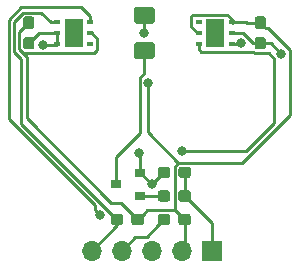
<source format=gbr>
G04 #@! TF.GenerationSoftware,KiCad,Pcbnew,(5.1.0-0)*
G04 #@! TF.CreationDate,2020-01-05T16:35:46-08:00*
G04 #@! TF.ProjectId,sapflow_gauge,73617066-6c6f-4775-9f67-617567652e6b,rev?*
G04 #@! TF.SameCoordinates,Original*
G04 #@! TF.FileFunction,Copper,L1,Top*
G04 #@! TF.FilePolarity,Positive*
%FSLAX46Y46*%
G04 Gerber Fmt 4.6, Leading zero omitted, Abs format (unit mm)*
G04 Created by KiCad (PCBNEW (5.1.0-0)) date 2020-01-05 16:35:46*
%MOMM*%
%LPD*%
G04 APERTURE LIST*
%ADD10C,0.100000*%
%ADD11C,0.950000*%
%ADD12R,1.700000X1.700000*%
%ADD13O,1.700000X1.700000*%
%ADD14R,0.900000X0.800000*%
%ADD15R,1.500000X2.400000*%
%ADD16R,0.600000X0.400000*%
%ADD17C,1.425000*%
%ADD18C,0.800000*%
%ADD19C,0.250000*%
G04 APERTURE END LIST*
D10*
G36*
X110460779Y-106596144D02*
G01*
X110483834Y-106599563D01*
X110506443Y-106605227D01*
X110528387Y-106613079D01*
X110549457Y-106623044D01*
X110569448Y-106635026D01*
X110588168Y-106648910D01*
X110605438Y-106664562D01*
X110621090Y-106681832D01*
X110634974Y-106700552D01*
X110646956Y-106720543D01*
X110656921Y-106741613D01*
X110664773Y-106763557D01*
X110670437Y-106786166D01*
X110673856Y-106809221D01*
X110675000Y-106832500D01*
X110675000Y-107407500D01*
X110673856Y-107430779D01*
X110670437Y-107453834D01*
X110664773Y-107476443D01*
X110656921Y-107498387D01*
X110646956Y-107519457D01*
X110634974Y-107539448D01*
X110621090Y-107558168D01*
X110605438Y-107575438D01*
X110588168Y-107591090D01*
X110569448Y-107604974D01*
X110549457Y-107616956D01*
X110528387Y-107626921D01*
X110506443Y-107634773D01*
X110483834Y-107640437D01*
X110460779Y-107643856D01*
X110437500Y-107645000D01*
X109962500Y-107645000D01*
X109939221Y-107643856D01*
X109916166Y-107640437D01*
X109893557Y-107634773D01*
X109871613Y-107626921D01*
X109850543Y-107616956D01*
X109830552Y-107604974D01*
X109811832Y-107591090D01*
X109794562Y-107575438D01*
X109778910Y-107558168D01*
X109765026Y-107539448D01*
X109753044Y-107519457D01*
X109743079Y-107498387D01*
X109735227Y-107476443D01*
X109729563Y-107453834D01*
X109726144Y-107430779D01*
X109725000Y-107407500D01*
X109725000Y-106832500D01*
X109726144Y-106809221D01*
X109729563Y-106786166D01*
X109735227Y-106763557D01*
X109743079Y-106741613D01*
X109753044Y-106720543D01*
X109765026Y-106700552D01*
X109778910Y-106681832D01*
X109794562Y-106664562D01*
X109811832Y-106648910D01*
X109830552Y-106635026D01*
X109850543Y-106623044D01*
X109871613Y-106613079D01*
X109893557Y-106605227D01*
X109916166Y-106599563D01*
X109939221Y-106596144D01*
X109962500Y-106595000D01*
X110437500Y-106595000D01*
X110460779Y-106596144D01*
X110460779Y-106596144D01*
G37*
D11*
X110200000Y-107120000D03*
D10*
G36*
X110460779Y-108346144D02*
G01*
X110483834Y-108349563D01*
X110506443Y-108355227D01*
X110528387Y-108363079D01*
X110549457Y-108373044D01*
X110569448Y-108385026D01*
X110588168Y-108398910D01*
X110605438Y-108414562D01*
X110621090Y-108431832D01*
X110634974Y-108450552D01*
X110646956Y-108470543D01*
X110656921Y-108491613D01*
X110664773Y-108513557D01*
X110670437Y-108536166D01*
X110673856Y-108559221D01*
X110675000Y-108582500D01*
X110675000Y-109157500D01*
X110673856Y-109180779D01*
X110670437Y-109203834D01*
X110664773Y-109226443D01*
X110656921Y-109248387D01*
X110646956Y-109269457D01*
X110634974Y-109289448D01*
X110621090Y-109308168D01*
X110605438Y-109325438D01*
X110588168Y-109341090D01*
X110569448Y-109354974D01*
X110549457Y-109366956D01*
X110528387Y-109376921D01*
X110506443Y-109384773D01*
X110483834Y-109390437D01*
X110460779Y-109393856D01*
X110437500Y-109395000D01*
X109962500Y-109395000D01*
X109939221Y-109393856D01*
X109916166Y-109390437D01*
X109893557Y-109384773D01*
X109871613Y-109376921D01*
X109850543Y-109366956D01*
X109830552Y-109354974D01*
X109811832Y-109341090D01*
X109794562Y-109325438D01*
X109778910Y-109308168D01*
X109765026Y-109289448D01*
X109753044Y-109269457D01*
X109743079Y-109248387D01*
X109735227Y-109226443D01*
X109729563Y-109203834D01*
X109726144Y-109180779D01*
X109725000Y-109157500D01*
X109725000Y-108582500D01*
X109726144Y-108559221D01*
X109729563Y-108536166D01*
X109735227Y-108513557D01*
X109743079Y-108491613D01*
X109753044Y-108470543D01*
X109765026Y-108450552D01*
X109778910Y-108431832D01*
X109794562Y-108414562D01*
X109811832Y-108398910D01*
X109830552Y-108385026D01*
X109850543Y-108373044D01*
X109871613Y-108363079D01*
X109893557Y-108355227D01*
X109916166Y-108349563D01*
X109939221Y-108346144D01*
X109962500Y-108345000D01*
X110437500Y-108345000D01*
X110460779Y-108346144D01*
X110460779Y-108346144D01*
G37*
D11*
X110200000Y-108870000D03*
D10*
G36*
X130060779Y-108346144D02*
G01*
X130083834Y-108349563D01*
X130106443Y-108355227D01*
X130128387Y-108363079D01*
X130149457Y-108373044D01*
X130169448Y-108385026D01*
X130188168Y-108398910D01*
X130205438Y-108414562D01*
X130221090Y-108431832D01*
X130234974Y-108450552D01*
X130246956Y-108470543D01*
X130256921Y-108491613D01*
X130264773Y-108513557D01*
X130270437Y-108536166D01*
X130273856Y-108559221D01*
X130275000Y-108582500D01*
X130275000Y-109157500D01*
X130273856Y-109180779D01*
X130270437Y-109203834D01*
X130264773Y-109226443D01*
X130256921Y-109248387D01*
X130246956Y-109269457D01*
X130234974Y-109289448D01*
X130221090Y-109308168D01*
X130205438Y-109325438D01*
X130188168Y-109341090D01*
X130169448Y-109354974D01*
X130149457Y-109366956D01*
X130128387Y-109376921D01*
X130106443Y-109384773D01*
X130083834Y-109390437D01*
X130060779Y-109393856D01*
X130037500Y-109395000D01*
X129562500Y-109395000D01*
X129539221Y-109393856D01*
X129516166Y-109390437D01*
X129493557Y-109384773D01*
X129471613Y-109376921D01*
X129450543Y-109366956D01*
X129430552Y-109354974D01*
X129411832Y-109341090D01*
X129394562Y-109325438D01*
X129378910Y-109308168D01*
X129365026Y-109289448D01*
X129353044Y-109269457D01*
X129343079Y-109248387D01*
X129335227Y-109226443D01*
X129329563Y-109203834D01*
X129326144Y-109180779D01*
X129325000Y-109157500D01*
X129325000Y-108582500D01*
X129326144Y-108559221D01*
X129329563Y-108536166D01*
X129335227Y-108513557D01*
X129343079Y-108491613D01*
X129353044Y-108470543D01*
X129365026Y-108450552D01*
X129378910Y-108431832D01*
X129394562Y-108414562D01*
X129411832Y-108398910D01*
X129430552Y-108385026D01*
X129450543Y-108373044D01*
X129471613Y-108363079D01*
X129493557Y-108355227D01*
X129516166Y-108349563D01*
X129539221Y-108346144D01*
X129562500Y-108345000D01*
X130037500Y-108345000D01*
X130060779Y-108346144D01*
X130060779Y-108346144D01*
G37*
D11*
X129800000Y-108870000D03*
D10*
G36*
X130060779Y-106596144D02*
G01*
X130083834Y-106599563D01*
X130106443Y-106605227D01*
X130128387Y-106613079D01*
X130149457Y-106623044D01*
X130169448Y-106635026D01*
X130188168Y-106648910D01*
X130205438Y-106664562D01*
X130221090Y-106681832D01*
X130234974Y-106700552D01*
X130246956Y-106720543D01*
X130256921Y-106741613D01*
X130264773Y-106763557D01*
X130270437Y-106786166D01*
X130273856Y-106809221D01*
X130275000Y-106832500D01*
X130275000Y-107407500D01*
X130273856Y-107430779D01*
X130270437Y-107453834D01*
X130264773Y-107476443D01*
X130256921Y-107498387D01*
X130246956Y-107519457D01*
X130234974Y-107539448D01*
X130221090Y-107558168D01*
X130205438Y-107575438D01*
X130188168Y-107591090D01*
X130169448Y-107604974D01*
X130149457Y-107616956D01*
X130128387Y-107626921D01*
X130106443Y-107634773D01*
X130083834Y-107640437D01*
X130060779Y-107643856D01*
X130037500Y-107645000D01*
X129562500Y-107645000D01*
X129539221Y-107643856D01*
X129516166Y-107640437D01*
X129493557Y-107634773D01*
X129471613Y-107626921D01*
X129450543Y-107616956D01*
X129430552Y-107604974D01*
X129411832Y-107591090D01*
X129394562Y-107575438D01*
X129378910Y-107558168D01*
X129365026Y-107539448D01*
X129353044Y-107519457D01*
X129343079Y-107498387D01*
X129335227Y-107476443D01*
X129329563Y-107453834D01*
X129326144Y-107430779D01*
X129325000Y-107407500D01*
X129325000Y-106832500D01*
X129326144Y-106809221D01*
X129329563Y-106786166D01*
X129335227Y-106763557D01*
X129343079Y-106741613D01*
X129353044Y-106720543D01*
X129365026Y-106700552D01*
X129378910Y-106681832D01*
X129394562Y-106664562D01*
X129411832Y-106648910D01*
X129430552Y-106635026D01*
X129450543Y-106623044D01*
X129471613Y-106613079D01*
X129493557Y-106605227D01*
X129516166Y-106599563D01*
X129539221Y-106596144D01*
X129562500Y-106595000D01*
X130037500Y-106595000D01*
X130060779Y-106596144D01*
X130060779Y-106596144D01*
G37*
D11*
X129800000Y-107120000D03*
D12*
X125680000Y-126425001D03*
D13*
X123140000Y-126425001D03*
X120600000Y-126425001D03*
X118060000Y-126425001D03*
X115520000Y-126425001D03*
D14*
X119600000Y-121770000D03*
X119600000Y-119870000D03*
X117600000Y-120820000D03*
D10*
G36*
X123710779Y-123326144D02*
G01*
X123733834Y-123329563D01*
X123756443Y-123335227D01*
X123778387Y-123343079D01*
X123799457Y-123353044D01*
X123819448Y-123365026D01*
X123838168Y-123378910D01*
X123855438Y-123394562D01*
X123871090Y-123411832D01*
X123884974Y-123430552D01*
X123896956Y-123450543D01*
X123906921Y-123471613D01*
X123914773Y-123493557D01*
X123920437Y-123516166D01*
X123923856Y-123539221D01*
X123925000Y-123562500D01*
X123925000Y-124037500D01*
X123923856Y-124060779D01*
X123920437Y-124083834D01*
X123914773Y-124106443D01*
X123906921Y-124128387D01*
X123896956Y-124149457D01*
X123884974Y-124169448D01*
X123871090Y-124188168D01*
X123855438Y-124205438D01*
X123838168Y-124221090D01*
X123819448Y-124234974D01*
X123799457Y-124246956D01*
X123778387Y-124256921D01*
X123756443Y-124264773D01*
X123733834Y-124270437D01*
X123710779Y-124273856D01*
X123687500Y-124275000D01*
X123112500Y-124275000D01*
X123089221Y-124273856D01*
X123066166Y-124270437D01*
X123043557Y-124264773D01*
X123021613Y-124256921D01*
X123000543Y-124246956D01*
X122980552Y-124234974D01*
X122961832Y-124221090D01*
X122944562Y-124205438D01*
X122928910Y-124188168D01*
X122915026Y-124169448D01*
X122903044Y-124149457D01*
X122893079Y-124128387D01*
X122885227Y-124106443D01*
X122879563Y-124083834D01*
X122876144Y-124060779D01*
X122875000Y-124037500D01*
X122875000Y-123562500D01*
X122876144Y-123539221D01*
X122879563Y-123516166D01*
X122885227Y-123493557D01*
X122893079Y-123471613D01*
X122903044Y-123450543D01*
X122915026Y-123430552D01*
X122928910Y-123411832D01*
X122944562Y-123394562D01*
X122961832Y-123378910D01*
X122980552Y-123365026D01*
X123000543Y-123353044D01*
X123021613Y-123343079D01*
X123043557Y-123335227D01*
X123066166Y-123329563D01*
X123089221Y-123326144D01*
X123112500Y-123325000D01*
X123687500Y-123325000D01*
X123710779Y-123326144D01*
X123710779Y-123326144D01*
G37*
D11*
X123400000Y-123800000D03*
D10*
G36*
X121960779Y-123326144D02*
G01*
X121983834Y-123329563D01*
X122006443Y-123335227D01*
X122028387Y-123343079D01*
X122049457Y-123353044D01*
X122069448Y-123365026D01*
X122088168Y-123378910D01*
X122105438Y-123394562D01*
X122121090Y-123411832D01*
X122134974Y-123430552D01*
X122146956Y-123450543D01*
X122156921Y-123471613D01*
X122164773Y-123493557D01*
X122170437Y-123516166D01*
X122173856Y-123539221D01*
X122175000Y-123562500D01*
X122175000Y-124037500D01*
X122173856Y-124060779D01*
X122170437Y-124083834D01*
X122164773Y-124106443D01*
X122156921Y-124128387D01*
X122146956Y-124149457D01*
X122134974Y-124169448D01*
X122121090Y-124188168D01*
X122105438Y-124205438D01*
X122088168Y-124221090D01*
X122069448Y-124234974D01*
X122049457Y-124246956D01*
X122028387Y-124256921D01*
X122006443Y-124264773D01*
X121983834Y-124270437D01*
X121960779Y-124273856D01*
X121937500Y-124275000D01*
X121362500Y-124275000D01*
X121339221Y-124273856D01*
X121316166Y-124270437D01*
X121293557Y-124264773D01*
X121271613Y-124256921D01*
X121250543Y-124246956D01*
X121230552Y-124234974D01*
X121211832Y-124221090D01*
X121194562Y-124205438D01*
X121178910Y-124188168D01*
X121165026Y-124169448D01*
X121153044Y-124149457D01*
X121143079Y-124128387D01*
X121135227Y-124106443D01*
X121129563Y-124083834D01*
X121126144Y-124060779D01*
X121125000Y-124037500D01*
X121125000Y-123562500D01*
X121126144Y-123539221D01*
X121129563Y-123516166D01*
X121135227Y-123493557D01*
X121143079Y-123471613D01*
X121153044Y-123450543D01*
X121165026Y-123430552D01*
X121178910Y-123411832D01*
X121194562Y-123394562D01*
X121211832Y-123378910D01*
X121230552Y-123365026D01*
X121250543Y-123353044D01*
X121271613Y-123343079D01*
X121293557Y-123335227D01*
X121316166Y-123329563D01*
X121339221Y-123326144D01*
X121362500Y-123325000D01*
X121937500Y-123325000D01*
X121960779Y-123326144D01*
X121960779Y-123326144D01*
G37*
D11*
X121650000Y-123800000D03*
D10*
G36*
X117985779Y-123326144D02*
G01*
X118008834Y-123329563D01*
X118031443Y-123335227D01*
X118053387Y-123343079D01*
X118074457Y-123353044D01*
X118094448Y-123365026D01*
X118113168Y-123378910D01*
X118130438Y-123394562D01*
X118146090Y-123411832D01*
X118159974Y-123430552D01*
X118171956Y-123450543D01*
X118181921Y-123471613D01*
X118189773Y-123493557D01*
X118195437Y-123516166D01*
X118198856Y-123539221D01*
X118200000Y-123562500D01*
X118200000Y-124037500D01*
X118198856Y-124060779D01*
X118195437Y-124083834D01*
X118189773Y-124106443D01*
X118181921Y-124128387D01*
X118171956Y-124149457D01*
X118159974Y-124169448D01*
X118146090Y-124188168D01*
X118130438Y-124205438D01*
X118113168Y-124221090D01*
X118094448Y-124234974D01*
X118074457Y-124246956D01*
X118053387Y-124256921D01*
X118031443Y-124264773D01*
X118008834Y-124270437D01*
X117985779Y-124273856D01*
X117962500Y-124275000D01*
X117387500Y-124275000D01*
X117364221Y-124273856D01*
X117341166Y-124270437D01*
X117318557Y-124264773D01*
X117296613Y-124256921D01*
X117275543Y-124246956D01*
X117255552Y-124234974D01*
X117236832Y-124221090D01*
X117219562Y-124205438D01*
X117203910Y-124188168D01*
X117190026Y-124169448D01*
X117178044Y-124149457D01*
X117168079Y-124128387D01*
X117160227Y-124106443D01*
X117154563Y-124083834D01*
X117151144Y-124060779D01*
X117150000Y-124037500D01*
X117150000Y-123562500D01*
X117151144Y-123539221D01*
X117154563Y-123516166D01*
X117160227Y-123493557D01*
X117168079Y-123471613D01*
X117178044Y-123450543D01*
X117190026Y-123430552D01*
X117203910Y-123411832D01*
X117219562Y-123394562D01*
X117236832Y-123378910D01*
X117255552Y-123365026D01*
X117275543Y-123353044D01*
X117296613Y-123343079D01*
X117318557Y-123335227D01*
X117341166Y-123329563D01*
X117364221Y-123326144D01*
X117387500Y-123325000D01*
X117962500Y-123325000D01*
X117985779Y-123326144D01*
X117985779Y-123326144D01*
G37*
D11*
X117675000Y-123800000D03*
D10*
G36*
X119735779Y-123326144D02*
G01*
X119758834Y-123329563D01*
X119781443Y-123335227D01*
X119803387Y-123343079D01*
X119824457Y-123353044D01*
X119844448Y-123365026D01*
X119863168Y-123378910D01*
X119880438Y-123394562D01*
X119896090Y-123411832D01*
X119909974Y-123430552D01*
X119921956Y-123450543D01*
X119931921Y-123471613D01*
X119939773Y-123493557D01*
X119945437Y-123516166D01*
X119948856Y-123539221D01*
X119950000Y-123562500D01*
X119950000Y-124037500D01*
X119948856Y-124060779D01*
X119945437Y-124083834D01*
X119939773Y-124106443D01*
X119931921Y-124128387D01*
X119921956Y-124149457D01*
X119909974Y-124169448D01*
X119896090Y-124188168D01*
X119880438Y-124205438D01*
X119863168Y-124221090D01*
X119844448Y-124234974D01*
X119824457Y-124246956D01*
X119803387Y-124256921D01*
X119781443Y-124264773D01*
X119758834Y-124270437D01*
X119735779Y-124273856D01*
X119712500Y-124275000D01*
X119137500Y-124275000D01*
X119114221Y-124273856D01*
X119091166Y-124270437D01*
X119068557Y-124264773D01*
X119046613Y-124256921D01*
X119025543Y-124246956D01*
X119005552Y-124234974D01*
X118986832Y-124221090D01*
X118969562Y-124205438D01*
X118953910Y-124188168D01*
X118940026Y-124169448D01*
X118928044Y-124149457D01*
X118918079Y-124128387D01*
X118910227Y-124106443D01*
X118904563Y-124083834D01*
X118901144Y-124060779D01*
X118900000Y-124037500D01*
X118900000Y-123562500D01*
X118901144Y-123539221D01*
X118904563Y-123516166D01*
X118910227Y-123493557D01*
X118918079Y-123471613D01*
X118928044Y-123450543D01*
X118940026Y-123430552D01*
X118953910Y-123411832D01*
X118969562Y-123394562D01*
X118986832Y-123378910D01*
X119005552Y-123365026D01*
X119025543Y-123353044D01*
X119046613Y-123343079D01*
X119068557Y-123335227D01*
X119091166Y-123329563D01*
X119114221Y-123326144D01*
X119137500Y-123325000D01*
X119712500Y-123325000D01*
X119735779Y-123326144D01*
X119735779Y-123326144D01*
G37*
D11*
X119425000Y-123800000D03*
D10*
G36*
X123710779Y-121326144D02*
G01*
X123733834Y-121329563D01*
X123756443Y-121335227D01*
X123778387Y-121343079D01*
X123799457Y-121353044D01*
X123819448Y-121365026D01*
X123838168Y-121378910D01*
X123855438Y-121394562D01*
X123871090Y-121411832D01*
X123884974Y-121430552D01*
X123896956Y-121450543D01*
X123906921Y-121471613D01*
X123914773Y-121493557D01*
X123920437Y-121516166D01*
X123923856Y-121539221D01*
X123925000Y-121562500D01*
X123925000Y-122037500D01*
X123923856Y-122060779D01*
X123920437Y-122083834D01*
X123914773Y-122106443D01*
X123906921Y-122128387D01*
X123896956Y-122149457D01*
X123884974Y-122169448D01*
X123871090Y-122188168D01*
X123855438Y-122205438D01*
X123838168Y-122221090D01*
X123819448Y-122234974D01*
X123799457Y-122246956D01*
X123778387Y-122256921D01*
X123756443Y-122264773D01*
X123733834Y-122270437D01*
X123710779Y-122273856D01*
X123687500Y-122275000D01*
X123112500Y-122275000D01*
X123089221Y-122273856D01*
X123066166Y-122270437D01*
X123043557Y-122264773D01*
X123021613Y-122256921D01*
X123000543Y-122246956D01*
X122980552Y-122234974D01*
X122961832Y-122221090D01*
X122944562Y-122205438D01*
X122928910Y-122188168D01*
X122915026Y-122169448D01*
X122903044Y-122149457D01*
X122893079Y-122128387D01*
X122885227Y-122106443D01*
X122879563Y-122083834D01*
X122876144Y-122060779D01*
X122875000Y-122037500D01*
X122875000Y-121562500D01*
X122876144Y-121539221D01*
X122879563Y-121516166D01*
X122885227Y-121493557D01*
X122893079Y-121471613D01*
X122903044Y-121450543D01*
X122915026Y-121430552D01*
X122928910Y-121411832D01*
X122944562Y-121394562D01*
X122961832Y-121378910D01*
X122980552Y-121365026D01*
X123000543Y-121353044D01*
X123021613Y-121343079D01*
X123043557Y-121335227D01*
X123066166Y-121329563D01*
X123089221Y-121326144D01*
X123112500Y-121325000D01*
X123687500Y-121325000D01*
X123710779Y-121326144D01*
X123710779Y-121326144D01*
G37*
D11*
X123400000Y-121800000D03*
D10*
G36*
X121960779Y-121326144D02*
G01*
X121983834Y-121329563D01*
X122006443Y-121335227D01*
X122028387Y-121343079D01*
X122049457Y-121353044D01*
X122069448Y-121365026D01*
X122088168Y-121378910D01*
X122105438Y-121394562D01*
X122121090Y-121411832D01*
X122134974Y-121430552D01*
X122146956Y-121450543D01*
X122156921Y-121471613D01*
X122164773Y-121493557D01*
X122170437Y-121516166D01*
X122173856Y-121539221D01*
X122175000Y-121562500D01*
X122175000Y-122037500D01*
X122173856Y-122060779D01*
X122170437Y-122083834D01*
X122164773Y-122106443D01*
X122156921Y-122128387D01*
X122146956Y-122149457D01*
X122134974Y-122169448D01*
X122121090Y-122188168D01*
X122105438Y-122205438D01*
X122088168Y-122221090D01*
X122069448Y-122234974D01*
X122049457Y-122246956D01*
X122028387Y-122256921D01*
X122006443Y-122264773D01*
X121983834Y-122270437D01*
X121960779Y-122273856D01*
X121937500Y-122275000D01*
X121362500Y-122275000D01*
X121339221Y-122273856D01*
X121316166Y-122270437D01*
X121293557Y-122264773D01*
X121271613Y-122256921D01*
X121250543Y-122246956D01*
X121230552Y-122234974D01*
X121211832Y-122221090D01*
X121194562Y-122205438D01*
X121178910Y-122188168D01*
X121165026Y-122169448D01*
X121153044Y-122149457D01*
X121143079Y-122128387D01*
X121135227Y-122106443D01*
X121129563Y-122083834D01*
X121126144Y-122060779D01*
X121125000Y-122037500D01*
X121125000Y-121562500D01*
X121126144Y-121539221D01*
X121129563Y-121516166D01*
X121135227Y-121493557D01*
X121143079Y-121471613D01*
X121153044Y-121450543D01*
X121165026Y-121430552D01*
X121178910Y-121411832D01*
X121194562Y-121394562D01*
X121211832Y-121378910D01*
X121230552Y-121365026D01*
X121250543Y-121353044D01*
X121271613Y-121343079D01*
X121293557Y-121335227D01*
X121316166Y-121329563D01*
X121339221Y-121326144D01*
X121362500Y-121325000D01*
X121937500Y-121325000D01*
X121960779Y-121326144D01*
X121960779Y-121326144D01*
G37*
D11*
X121650000Y-121800000D03*
D10*
G36*
X123710779Y-119326144D02*
G01*
X123733834Y-119329563D01*
X123756443Y-119335227D01*
X123778387Y-119343079D01*
X123799457Y-119353044D01*
X123819448Y-119365026D01*
X123838168Y-119378910D01*
X123855438Y-119394562D01*
X123871090Y-119411832D01*
X123884974Y-119430552D01*
X123896956Y-119450543D01*
X123906921Y-119471613D01*
X123914773Y-119493557D01*
X123920437Y-119516166D01*
X123923856Y-119539221D01*
X123925000Y-119562500D01*
X123925000Y-120037500D01*
X123923856Y-120060779D01*
X123920437Y-120083834D01*
X123914773Y-120106443D01*
X123906921Y-120128387D01*
X123896956Y-120149457D01*
X123884974Y-120169448D01*
X123871090Y-120188168D01*
X123855438Y-120205438D01*
X123838168Y-120221090D01*
X123819448Y-120234974D01*
X123799457Y-120246956D01*
X123778387Y-120256921D01*
X123756443Y-120264773D01*
X123733834Y-120270437D01*
X123710779Y-120273856D01*
X123687500Y-120275000D01*
X123112500Y-120275000D01*
X123089221Y-120273856D01*
X123066166Y-120270437D01*
X123043557Y-120264773D01*
X123021613Y-120256921D01*
X123000543Y-120246956D01*
X122980552Y-120234974D01*
X122961832Y-120221090D01*
X122944562Y-120205438D01*
X122928910Y-120188168D01*
X122915026Y-120169448D01*
X122903044Y-120149457D01*
X122893079Y-120128387D01*
X122885227Y-120106443D01*
X122879563Y-120083834D01*
X122876144Y-120060779D01*
X122875000Y-120037500D01*
X122875000Y-119562500D01*
X122876144Y-119539221D01*
X122879563Y-119516166D01*
X122885227Y-119493557D01*
X122893079Y-119471613D01*
X122903044Y-119450543D01*
X122915026Y-119430552D01*
X122928910Y-119411832D01*
X122944562Y-119394562D01*
X122961832Y-119378910D01*
X122980552Y-119365026D01*
X123000543Y-119353044D01*
X123021613Y-119343079D01*
X123043557Y-119335227D01*
X123066166Y-119329563D01*
X123089221Y-119326144D01*
X123112500Y-119325000D01*
X123687500Y-119325000D01*
X123710779Y-119326144D01*
X123710779Y-119326144D01*
G37*
D11*
X123400000Y-119800000D03*
D10*
G36*
X121960779Y-119326144D02*
G01*
X121983834Y-119329563D01*
X122006443Y-119335227D01*
X122028387Y-119343079D01*
X122049457Y-119353044D01*
X122069448Y-119365026D01*
X122088168Y-119378910D01*
X122105438Y-119394562D01*
X122121090Y-119411832D01*
X122134974Y-119430552D01*
X122146956Y-119450543D01*
X122156921Y-119471613D01*
X122164773Y-119493557D01*
X122170437Y-119516166D01*
X122173856Y-119539221D01*
X122175000Y-119562500D01*
X122175000Y-120037500D01*
X122173856Y-120060779D01*
X122170437Y-120083834D01*
X122164773Y-120106443D01*
X122156921Y-120128387D01*
X122146956Y-120149457D01*
X122134974Y-120169448D01*
X122121090Y-120188168D01*
X122105438Y-120205438D01*
X122088168Y-120221090D01*
X122069448Y-120234974D01*
X122049457Y-120246956D01*
X122028387Y-120256921D01*
X122006443Y-120264773D01*
X121983834Y-120270437D01*
X121960779Y-120273856D01*
X121937500Y-120275000D01*
X121362500Y-120275000D01*
X121339221Y-120273856D01*
X121316166Y-120270437D01*
X121293557Y-120264773D01*
X121271613Y-120256921D01*
X121250543Y-120246956D01*
X121230552Y-120234974D01*
X121211832Y-120221090D01*
X121194562Y-120205438D01*
X121178910Y-120188168D01*
X121165026Y-120169448D01*
X121153044Y-120149457D01*
X121143079Y-120128387D01*
X121135227Y-120106443D01*
X121129563Y-120083834D01*
X121126144Y-120060779D01*
X121125000Y-120037500D01*
X121125000Y-119562500D01*
X121126144Y-119539221D01*
X121129563Y-119516166D01*
X121135227Y-119493557D01*
X121143079Y-119471613D01*
X121153044Y-119450543D01*
X121165026Y-119430552D01*
X121178910Y-119411832D01*
X121194562Y-119394562D01*
X121211832Y-119378910D01*
X121230552Y-119365026D01*
X121250543Y-119353044D01*
X121271613Y-119343079D01*
X121293557Y-119335227D01*
X121316166Y-119329563D01*
X121339221Y-119326144D01*
X121362500Y-119325000D01*
X121937500Y-119325000D01*
X121960779Y-119326144D01*
X121960779Y-119326144D01*
G37*
D11*
X121650000Y-119800000D03*
D15*
X126000000Y-107990000D03*
D16*
X127400000Y-108940000D03*
X127400000Y-107990000D03*
X127400000Y-107040000D03*
X124600000Y-107040000D03*
X124600000Y-107990000D03*
X124600000Y-108940000D03*
X115400000Y-107050000D03*
X115400000Y-108000000D03*
X115400000Y-108950000D03*
X112600000Y-108950000D03*
X112600000Y-108000000D03*
X112600000Y-107050000D03*
D15*
X114000000Y-108000000D03*
D10*
G36*
X120649504Y-108771204D02*
G01*
X120673773Y-108774804D01*
X120697571Y-108780765D01*
X120720671Y-108789030D01*
X120742849Y-108799520D01*
X120763893Y-108812133D01*
X120783598Y-108826747D01*
X120801777Y-108843223D01*
X120818253Y-108861402D01*
X120832867Y-108881107D01*
X120845480Y-108902151D01*
X120855970Y-108924329D01*
X120864235Y-108947429D01*
X120870196Y-108971227D01*
X120873796Y-108995496D01*
X120875000Y-109020000D01*
X120875000Y-109945000D01*
X120873796Y-109969504D01*
X120870196Y-109993773D01*
X120864235Y-110017571D01*
X120855970Y-110040671D01*
X120845480Y-110062849D01*
X120832867Y-110083893D01*
X120818253Y-110103598D01*
X120801777Y-110121777D01*
X120783598Y-110138253D01*
X120763893Y-110152867D01*
X120742849Y-110165480D01*
X120720671Y-110175970D01*
X120697571Y-110184235D01*
X120673773Y-110190196D01*
X120649504Y-110193796D01*
X120625000Y-110195000D01*
X119375000Y-110195000D01*
X119350496Y-110193796D01*
X119326227Y-110190196D01*
X119302429Y-110184235D01*
X119279329Y-110175970D01*
X119257151Y-110165480D01*
X119236107Y-110152867D01*
X119216402Y-110138253D01*
X119198223Y-110121777D01*
X119181747Y-110103598D01*
X119167133Y-110083893D01*
X119154520Y-110062849D01*
X119144030Y-110040671D01*
X119135765Y-110017571D01*
X119129804Y-109993773D01*
X119126204Y-109969504D01*
X119125000Y-109945000D01*
X119125000Y-109020000D01*
X119126204Y-108995496D01*
X119129804Y-108971227D01*
X119135765Y-108947429D01*
X119144030Y-108924329D01*
X119154520Y-108902151D01*
X119167133Y-108881107D01*
X119181747Y-108861402D01*
X119198223Y-108843223D01*
X119216402Y-108826747D01*
X119236107Y-108812133D01*
X119257151Y-108799520D01*
X119279329Y-108789030D01*
X119302429Y-108780765D01*
X119326227Y-108774804D01*
X119350496Y-108771204D01*
X119375000Y-108770000D01*
X120625000Y-108770000D01*
X120649504Y-108771204D01*
X120649504Y-108771204D01*
G37*
D17*
X120000000Y-109482500D03*
D10*
G36*
X120649504Y-105796204D02*
G01*
X120673773Y-105799804D01*
X120697571Y-105805765D01*
X120720671Y-105814030D01*
X120742849Y-105824520D01*
X120763893Y-105837133D01*
X120783598Y-105851747D01*
X120801777Y-105868223D01*
X120818253Y-105886402D01*
X120832867Y-105906107D01*
X120845480Y-105927151D01*
X120855970Y-105949329D01*
X120864235Y-105972429D01*
X120870196Y-105996227D01*
X120873796Y-106020496D01*
X120875000Y-106045000D01*
X120875000Y-106970000D01*
X120873796Y-106994504D01*
X120870196Y-107018773D01*
X120864235Y-107042571D01*
X120855970Y-107065671D01*
X120845480Y-107087849D01*
X120832867Y-107108893D01*
X120818253Y-107128598D01*
X120801777Y-107146777D01*
X120783598Y-107163253D01*
X120763893Y-107177867D01*
X120742849Y-107190480D01*
X120720671Y-107200970D01*
X120697571Y-107209235D01*
X120673773Y-107215196D01*
X120649504Y-107218796D01*
X120625000Y-107220000D01*
X119375000Y-107220000D01*
X119350496Y-107218796D01*
X119326227Y-107215196D01*
X119302429Y-107209235D01*
X119279329Y-107200970D01*
X119257151Y-107190480D01*
X119236107Y-107177867D01*
X119216402Y-107163253D01*
X119198223Y-107146777D01*
X119181747Y-107128598D01*
X119167133Y-107108893D01*
X119154520Y-107087849D01*
X119144030Y-107065671D01*
X119135765Y-107042571D01*
X119129804Y-107018773D01*
X119126204Y-106994504D01*
X119125000Y-106970000D01*
X119125000Y-106045000D01*
X119126204Y-106020496D01*
X119129804Y-105996227D01*
X119135765Y-105972429D01*
X119144030Y-105949329D01*
X119154520Y-105927151D01*
X119167133Y-105906107D01*
X119181747Y-105886402D01*
X119198223Y-105868223D01*
X119216402Y-105851747D01*
X119236107Y-105837133D01*
X119257151Y-105824520D01*
X119279329Y-105814030D01*
X119302429Y-105805765D01*
X119326227Y-105799804D01*
X119350496Y-105796204D01*
X119375000Y-105795000D01*
X120625000Y-105795000D01*
X120649504Y-105796204D01*
X120649504Y-105796204D01*
G37*
D17*
X120000000Y-106507500D03*
D18*
X120000000Y-108000000D03*
X120325000Y-112200000D03*
X120600000Y-120820000D03*
X119526999Y-118200000D03*
X111400000Y-108995010D03*
X131603237Y-109797842D03*
X128200000Y-108875000D03*
X116200000Y-123400000D03*
X123200000Y-118000000D03*
D19*
X123400000Y-126165001D02*
X123140000Y-126425001D01*
X123400000Y-123800000D02*
X123400000Y-126165001D01*
X120225010Y-122999990D02*
X119924072Y-123300928D01*
X122599990Y-122999990D02*
X120225010Y-122999990D01*
X119924072Y-123300928D02*
X119425000Y-123800000D01*
X123400000Y-123800000D02*
X122599990Y-122999990D01*
X127480000Y-107120000D02*
X127400000Y-107040000D01*
X124500000Y-107990000D02*
X124600000Y-107990000D01*
X127400000Y-107040000D02*
X127400000Y-106854998D01*
X128720000Y-107120000D02*
X129800000Y-107120000D01*
X128640000Y-107040000D02*
X128720000Y-107120000D01*
X127400000Y-107040000D02*
X128640000Y-107040000D01*
X115400000Y-108000000D02*
X115500000Y-108000000D01*
X110280000Y-107200000D02*
X110200000Y-107120000D01*
X124264999Y-106464999D02*
X124089999Y-106464999D01*
X124089999Y-106464999D02*
X123974999Y-106579999D01*
X127010001Y-106464999D02*
X124264999Y-106464999D01*
X127400000Y-106854998D02*
X127010001Y-106464999D01*
X123974999Y-106579999D02*
X123974999Y-107464999D01*
X123974999Y-107464999D02*
X124500000Y-107990000D01*
X109700928Y-107619072D02*
X110200000Y-107120000D01*
X109399990Y-107920010D02*
X109700928Y-107619072D01*
X109399990Y-109390500D02*
X109399990Y-107920010D01*
X115714992Y-109720010D02*
X109729500Y-109720010D01*
X116025001Y-109410001D02*
X115714992Y-109720010D01*
X116025001Y-108489999D02*
X116025001Y-109410001D01*
X115535002Y-108000000D02*
X116025001Y-108489999D01*
X109729500Y-109720010D02*
X109399990Y-109390500D01*
X115400000Y-108000000D02*
X115535002Y-108000000D01*
X122549990Y-122949990D02*
X122599990Y-122999990D01*
X122549990Y-119379480D02*
X122549990Y-122949990D01*
X110023090Y-110013600D02*
X109729500Y-109720010D01*
X110023090Y-115223090D02*
X110023090Y-110013600D01*
X117200000Y-122400000D02*
X110023090Y-115223090D01*
X118025000Y-122400000D02*
X117200000Y-122400000D01*
X119425000Y-123800000D02*
X118025000Y-122400000D01*
X130497469Y-107619072D02*
X130299072Y-107619072D01*
X132328238Y-114908172D02*
X132328238Y-109449841D01*
X130299072Y-107619072D02*
X129800000Y-107120000D01*
X128236420Y-118999990D02*
X132328238Y-114908172D01*
X122879500Y-118999990D02*
X128236420Y-118999990D01*
X132328238Y-109449841D02*
X130497469Y-107619072D01*
X122549990Y-119329500D02*
X122879500Y-118999990D01*
X122549990Y-119379480D02*
X122549990Y-119329500D01*
X120000000Y-106507500D02*
X120000000Y-108000000D01*
X122879500Y-118974488D02*
X122879500Y-118999990D01*
X120325000Y-116419988D02*
X122879500Y-118974488D01*
X120325000Y-112200000D02*
X120325000Y-116419988D01*
X119650000Y-119870000D02*
X119600000Y-119870000D01*
X120600000Y-120820000D02*
X119650000Y-119870000D01*
X121120928Y-120299072D02*
X120600000Y-120820000D01*
X121150928Y-120299072D02*
X121120928Y-120299072D01*
X121650000Y-119800000D02*
X121150928Y-120299072D01*
X112600000Y-108000000D02*
X112600000Y-108950000D01*
X127500000Y-107990000D02*
X127400000Y-107990000D01*
X127950000Y-107990000D02*
X127400000Y-107990000D01*
X128345000Y-107990000D02*
X127950000Y-107990000D01*
X129225000Y-108870000D02*
X128345000Y-107990000D01*
X129800000Y-108870000D02*
X129225000Y-108870000D01*
X111070000Y-108000000D02*
X110200000Y-108870000D01*
X112600000Y-108000000D02*
X111070000Y-108000000D01*
X127400000Y-107990000D02*
X128002586Y-107990000D01*
X119600000Y-119006038D02*
X119596981Y-119003019D01*
X119600000Y-119870000D02*
X119600000Y-119006038D01*
X119600000Y-118273001D02*
X119526999Y-118200000D01*
X119600000Y-119006038D02*
X119600000Y-118273001D01*
X112554990Y-108995010D02*
X112600000Y-108950000D01*
X111400000Y-108995010D02*
X112554990Y-108995010D01*
X130675395Y-108870000D02*
X129800000Y-108870000D01*
X131603237Y-109797842D02*
X130675395Y-108870000D01*
X125680000Y-124080000D02*
X123400000Y-121800000D01*
X125680000Y-126425001D02*
X125680000Y-124080000D01*
X123400000Y-121800000D02*
X123400000Y-119800000D01*
X117675000Y-124270001D02*
X117675000Y-123800000D01*
X115520000Y-126425001D02*
X117675000Y-124270001D01*
X108949981Y-109576901D02*
X109573080Y-110200000D01*
X109729500Y-106269990D02*
X108949981Y-107049509D01*
X108949981Y-107049509D02*
X108949981Y-109576901D01*
X112600000Y-107050000D02*
X112050000Y-107050000D01*
X111269990Y-106269990D02*
X109729500Y-106269990D01*
X112050000Y-107050000D02*
X111269990Y-106269990D01*
X109573080Y-115698080D02*
X117675000Y-123800000D01*
X109573080Y-110200000D02*
X109573080Y-115698080D01*
X128135000Y-108940000D02*
X128200000Y-108875000D01*
X127400000Y-108940000D02*
X128135000Y-108940000D01*
X121150928Y-124299072D02*
X121650000Y-123800000D01*
X120200000Y-125250000D02*
X121150928Y-124299072D01*
X119235001Y-125250000D02*
X120200000Y-125250000D01*
X118060000Y-126425001D02*
X119235001Y-125250000D01*
X124500000Y-108940000D02*
X124600000Y-108940000D01*
X115400000Y-107050000D02*
X115500000Y-107050000D01*
X115400000Y-106600000D02*
X114619981Y-105819981D01*
X109543099Y-105819981D02*
X108499971Y-106863109D01*
X114619981Y-105819981D02*
X109543099Y-105819981D01*
X115400000Y-107050000D02*
X115400000Y-106600000D01*
X124600000Y-109390000D02*
X124810000Y-109600000D01*
X124600000Y-108940000D02*
X124600000Y-109390000D01*
X124810000Y-109600000D02*
X127800000Y-109600000D01*
X129209490Y-109600000D02*
X129329500Y-109720010D01*
X127800000Y-109600000D02*
X129209490Y-109600000D01*
X129329500Y-109720010D02*
X130000000Y-109720010D01*
X130000000Y-109720010D02*
X130520010Y-109720010D01*
X130520010Y-109720010D02*
X131000000Y-110200000D01*
X131000000Y-110200000D02*
X131000000Y-115600000D01*
X128600000Y-118000000D02*
X123200000Y-118000000D01*
X131000000Y-115600000D02*
X128600000Y-118000000D01*
X108550010Y-115311420D02*
X108550010Y-115299971D01*
X115800001Y-122561411D02*
X108550010Y-115311420D01*
X115800001Y-123000001D02*
X115800001Y-122561411D01*
X116200000Y-123400000D02*
X115800001Y-123000001D01*
X108499971Y-115261381D02*
X108550010Y-115311420D01*
X108499971Y-106863109D02*
X108499971Y-115261381D01*
X119630000Y-121800000D02*
X119600000Y-121770000D01*
X121650000Y-121800000D02*
X119630000Y-121800000D01*
X117600000Y-120170000D02*
X117600000Y-120820000D01*
X119600000Y-111800000D02*
X119600000Y-116494988D01*
X117600000Y-118494988D02*
X117600000Y-120170000D01*
X119600000Y-116494988D02*
X117600000Y-118494988D01*
X120000000Y-111400000D02*
X119600000Y-111800000D01*
X120000000Y-109482500D02*
X120000000Y-111400000D01*
M02*

</source>
